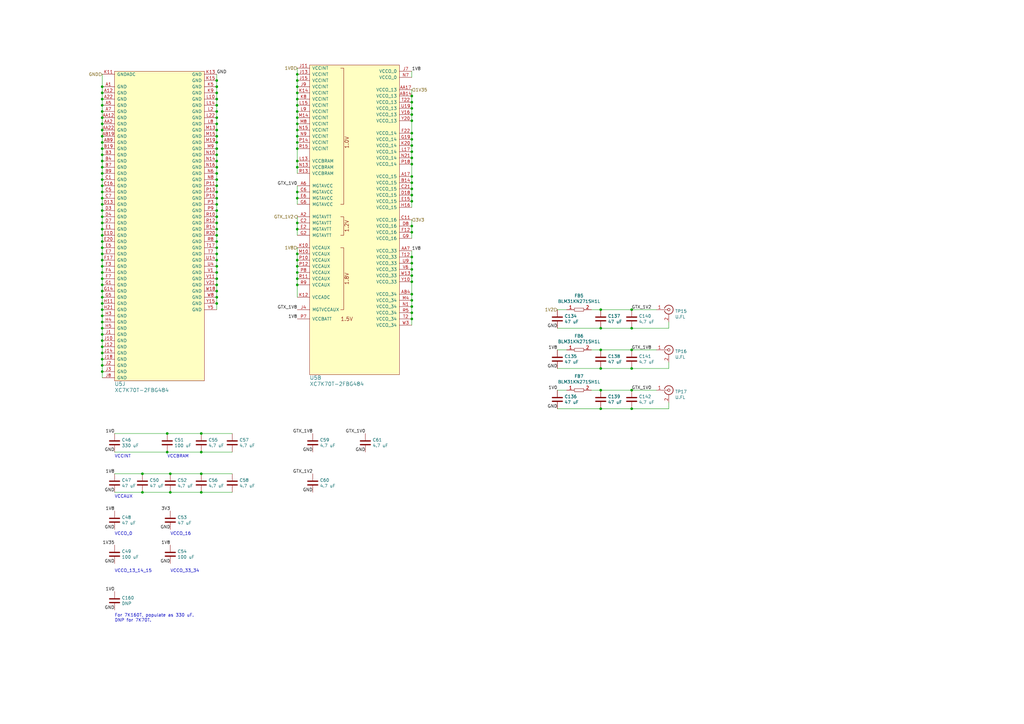
<source format=kicad_sch>
(kicad_sch (version 20211123) (generator eeschema)
  (paper "A3")
  (title_block (title "SATA sniffer") (date "2022-02-15") (rev "0.1") (comment 1 "Andrew D. Zonenberg"))
  (junction (at 41.91 83.82))
  (junction (at 41.91 88.9))
  (junction (at 121.92 53.34))
  (junction (at 246.38 143.51))
  (junction (at 88.9 63.5))
  (junction (at 88.9 71.12))
  (junction (at 88.9 55.88))
  (junction (at 88.9 60.96))
  (junction (at 246.38 167.64))
  (junction (at 41.91 60.96))
  (junction (at 88.9 93.98))
  (junction (at 246.38 151.13))
  (junction (at 41.91 121.92))
  (junction (at 121.92 91.44))
  (junction (at 41.91 91.44))
  (junction (at 121.92 106.68))
  (junction (at 168.91 80.01))
  (junction (at 168.91 64.77))
  (junction (at 121.92 33.02))
  (junction (at 88.9 78.74))
  (junction (at 259.08 143.51))
  (junction (at 41.91 35.56))
  (junction (at 88.9 81.28))
  (junction (at 168.91 95.25))
  (junction (at 41.91 86.36))
  (junction (at 259.08 167.64))
  (junction (at 259.08 160.02))
  (junction (at 88.9 53.34))
  (junction (at 121.92 48.26))
  (junction (at 41.91 45.72))
  (junction (at 168.91 54.61))
  (junction (at 121.92 60.96))
  (junction (at 69.85 194.31))
  (junction (at 121.92 68.58))
  (junction (at 88.9 124.46))
  (junction (at 41.91 93.98))
  (junction (at 88.9 111.76))
  (junction (at 41.91 114.3))
  (junction (at 88.9 109.22))
  (junction (at 41.91 81.28))
  (junction (at 168.91 115.57))
  (junction (at 121.92 66.04))
  (junction (at 88.9 58.42))
  (junction (at 168.91 74.93))
  (junction (at 41.91 116.84))
  (junction (at 41.91 48.26))
  (junction (at 88.9 73.66))
  (junction (at 41.91 71.12))
  (junction (at 121.92 55.88))
  (junction (at 88.9 86.36))
  (junction (at 88.9 91.44))
  (junction (at 41.91 106.68))
  (junction (at 41.91 40.64))
  (junction (at 168.91 105.41))
  (junction (at 259.08 151.13))
  (junction (at 41.91 63.5))
  (junction (at 41.91 55.88))
  (junction (at 88.9 96.52))
  (junction (at 88.9 99.06))
  (junction (at 41.91 152.4))
  (junction (at 168.91 110.49))
  (junction (at 88.9 83.82))
  (junction (at 168.91 113.03))
  (junction (at 246.38 160.02))
  (junction (at 82.55 185.42))
  (junction (at 259.08 134.62))
  (junction (at 121.92 40.64))
  (junction (at 41.91 129.54))
  (junction (at 88.9 101.6))
  (junction (at 41.91 111.76))
  (junction (at 168.91 57.15))
  (junction (at 246.38 127))
  (junction (at 41.91 149.86))
  (junction (at 41.91 68.58))
  (junction (at 82.55 194.31))
  (junction (at 168.91 39.37))
  (junction (at 88.9 66.04))
  (junction (at 168.91 44.45))
  (junction (at 41.91 50.8))
  (junction (at 121.92 35.56))
  (junction (at 121.92 30.48))
  (junction (at 41.91 96.52))
  (junction (at 121.92 109.22))
  (junction (at 88.9 104.14))
  (junction (at 41.91 137.16))
  (junction (at 168.91 125.73))
  (junction (at 41.91 43.18))
  (junction (at 168.91 59.69))
  (junction (at 121.92 58.42))
  (junction (at 121.92 104.14))
  (junction (at 41.91 66.04))
  (junction (at 88.9 106.68))
  (junction (at 168.91 92.71))
  (junction (at 88.9 88.9))
  (junction (at 58.42 201.93))
  (junction (at 68.58 185.42))
  (junction (at 88.9 35.56))
  (junction (at 121.92 78.74))
  (junction (at 41.91 104.14))
  (junction (at 246.38 134.62))
  (junction (at 41.91 139.7))
  (junction (at 41.91 58.42))
  (junction (at 121.92 114.3))
  (junction (at 88.9 68.58))
  (junction (at 58.42 194.31))
  (junction (at 82.55 177.8))
  (junction (at 88.9 116.84))
  (junction (at 168.91 41.91))
  (junction (at 41.91 101.6))
  (junction (at 69.85 201.93))
  (junction (at 88.9 33.02))
  (junction (at 121.92 45.72))
  (junction (at 88.9 50.8))
  (junction (at 88.9 45.72))
  (junction (at 88.9 114.3))
  (junction (at 259.08 127))
  (junction (at 82.55 201.93))
  (junction (at 41.91 124.46))
  (junction (at 168.91 62.23))
  (junction (at 121.92 38.1))
  (junction (at 88.9 40.64))
  (junction (at 41.91 127))
  (junction (at 41.91 132.08))
  (junction (at 168.91 107.95))
  (junction (at 121.92 50.8))
  (junction (at 121.92 81.28))
  (junction (at 41.91 76.2))
  (junction (at 168.91 128.27))
  (junction (at 88.9 76.2))
  (junction (at 168.91 77.47))
  (junction (at 41.91 73.66))
  (junction (at 41.91 109.22))
  (junction (at 41.91 147.32))
  (junction (at 168.91 123.19))
  (junction (at 88.9 43.18))
  (junction (at 121.92 116.84))
  (junction (at 121.92 93.98))
  (junction (at 41.91 38.1))
  (junction (at 121.92 111.76))
  (junction (at 168.91 67.31))
  (junction (at 168.91 82.55))
  (junction (at 121.92 43.18))
  (junction (at 88.9 48.26))
  (junction (at 41.91 119.38))
  (junction (at 88.9 119.38))
  (junction (at 88.9 121.92))
  (junction (at 168.91 49.53))
  (junction (at 41.91 142.24))
  (junction (at 68.58 177.8))
  (junction (at 41.91 144.78))
  (junction (at 168.91 46.99))
  (junction (at 41.91 99.06))
  (junction (at 41.91 134.62))
  (junction (at 168.91 120.65))
  (junction (at 41.91 78.74))
  (junction (at 88.9 38.1))
  (junction (at 168.91 72.39))
  (junction (at 168.91 130.81))
  (junction (at 41.91 53.34))
  (wire (pts (xy 246.38 167.64) (xy 259.08 167.64)))
  (wire (pts (xy 68.58 177.8) (xy 82.55 177.8)))
  (wire (pts (xy 88.9 66.04) (xy 88.9 68.58)))
  (wire (pts (xy 168.91 36.83) (xy 168.91 39.37)))
  (wire (pts (xy 41.91 45.72) (xy 41.91 48.26)))
  (wire (pts (xy 168.91 102.87) (xy 168.91 105.41)))
  (wire (pts (xy 41.91 35.56) (xy 41.91 38.1)))
  (wire (pts (xy 259.08 160.02) (xy 269.24 160.02)))
  (wire (pts (xy 259.08 127) (xy 269.24 127)))
  (wire (pts (xy 246.38 134.62) (xy 259.08 134.62)))
  (wire (pts (xy 41.91 83.82) (xy 41.91 86.36)))
  (wire (pts (xy 121.92 35.56) (xy 121.92 38.1)))
  (wire (pts (xy 46.99 194.31) (xy 58.42 194.31)))
  (wire (pts (xy 41.91 71.12) (xy 41.91 73.66)))
  (wire (pts (xy 82.55 177.8) (xy 95.25 177.8)))
  (wire (pts (xy 88.9 30.48) (xy 88.9 33.02)))
  (wire (pts (xy 121.92 109.22) (xy 121.92 111.76)))
  (wire (pts (xy 232.41 143.51) (xy 228.6 143.51)))
  (wire (pts (xy 168.91 46.99) (xy 168.91 49.53)))
  (wire (pts (xy 121.92 81.28) (xy 121.92 83.82)))
  (wire (pts (xy 41.91 66.04) (xy 41.91 68.58)))
  (wire (pts (xy 41.91 109.22) (xy 41.91 111.76)))
  (wire (pts (xy 168.91 107.95) (xy 168.91 110.49)))
  (wire (pts (xy 88.9 91.44) (xy 88.9 93.98)))
  (wire (pts (xy 121.92 114.3) (xy 121.92 116.84)))
  (wire (pts (xy 41.91 81.28) (xy 41.91 83.82)))
  (wire (pts (xy 168.91 120.65) (xy 168.91 123.19)))
  (wire (pts (xy 88.9 60.96) (xy 88.9 63.5)))
  (wire (pts (xy 88.9 35.56) (xy 88.9 38.1)))
  (wire (pts (xy 41.91 129.54) (xy 41.91 132.08)))
  (wire (pts (xy 168.91 49.53) (xy 168.91 54.61)))
  (wire (pts (xy 69.85 201.93) (xy 82.55 201.93)))
  (wire (pts (xy 121.92 27.94) (xy 121.92 30.48)))
  (wire (pts (xy 168.91 77.47) (xy 168.91 80.01)))
  (wire (pts (xy 41.91 53.34) (xy 41.91 55.88)))
  (wire (pts (xy 88.9 83.82) (xy 88.9 86.36)))
  (wire (pts (xy 168.91 64.77) (xy 168.91 67.31)))
  (wire (pts (xy 274.32 151.13) (xy 274.32 148.59)))
  (wire (pts (xy 41.91 40.64) (xy 41.91 43.18)))
  (wire (pts (xy 121.92 104.14) (xy 121.92 106.68)))
  (wire (pts (xy 246.38 160.02) (xy 259.08 160.02)))
  (wire (pts (xy 41.91 55.88) (xy 41.91 58.42)))
  (wire (pts (xy 121.92 66.04) (xy 121.92 68.58)))
  (wire (pts (xy 41.91 101.6) (xy 41.91 104.14)))
  (wire (pts (xy 41.91 132.08) (xy 41.91 134.62)))
  (wire (pts (xy 82.55 185.42) (xy 95.25 185.42)))
  (wire (pts (xy 41.91 91.44) (xy 41.91 93.98)))
  (wire (pts (xy 41.91 137.16) (xy 41.91 139.7)))
  (wire (pts (xy 121.92 45.72) (xy 121.92 48.26)))
  (wire (pts (xy 232.41 127) (xy 228.6 127)))
  (wire (pts (xy 121.92 106.68) (xy 121.92 109.22)))
  (wire (pts (xy 168.91 110.49) (xy 168.91 113.03)))
  (wire (pts (xy 168.91 130.81) (xy 168.91 133.35)))
  (wire (pts (xy 274.32 167.64) (xy 274.32 165.1)))
  (wire (pts (xy 88.9 88.9) (xy 88.9 91.44)))
  (wire (pts (xy 41.91 106.68) (xy 41.91 109.22)))
  (wire (pts (xy 82.55 194.31) (xy 95.25 194.31)))
  (wire (pts (xy 121.92 101.6) (xy 121.92 104.14)))
  (wire (pts (xy 168.91 123.19) (xy 168.91 125.73)))
  (wire (pts (xy 168.91 128.27) (xy 168.91 130.81)))
  (wire (pts (xy 41.91 99.06) (xy 41.91 101.6)))
  (wire (pts (xy 259.08 151.13) (xy 274.32 151.13)))
  (wire (pts (xy 168.91 62.23) (xy 168.91 64.77)))
  (wire (pts (xy 41.91 152.4) (xy 41.91 154.94)))
  (wire (pts (xy 121.92 58.42) (xy 121.92 60.96)))
  (wire (pts (xy 58.42 194.31) (xy 69.85 194.31)))
  (wire (pts (xy 41.91 63.5) (xy 41.91 66.04)))
  (wire (pts (xy 41.91 104.14) (xy 41.91 106.68)))
  (wire (pts (xy 41.91 124.46) (xy 41.91 127)))
  (wire (pts (xy 121.92 88.9) (xy 121.92 91.44)))
  (wire (pts (xy 41.91 121.92) (xy 41.91 124.46)))
  (wire (pts (xy 82.55 201.93) (xy 95.25 201.93)))
  (wire (pts (xy 88.9 43.18) (xy 88.9 45.72)))
  (wire (pts (xy 121.92 78.74) (xy 121.92 81.28)))
  (wire (pts (xy 121.92 33.02) (xy 121.92 35.56)))
  (wire (pts (xy 168.91 105.41) (xy 168.91 107.95)))
  (wire (pts (xy 168.91 113.03) (xy 168.91 115.57)))
  (wire (pts (xy 41.91 134.62) (xy 41.91 137.16)))
  (wire (pts (xy 88.9 106.68) (xy 88.9 109.22)))
  (wire (pts (xy 88.9 96.52) (xy 88.9 99.06)))
  (wire (pts (xy 168.91 39.37) (xy 168.91 41.91)))
  (wire (pts (xy 242.57 127) (xy 246.38 127)))
  (wire (pts (xy 168.91 72.39) (xy 168.91 74.93)))
  (wire (pts (xy 88.9 93.98) (xy 88.9 96.52)))
  (wire (pts (xy 41.91 96.52) (xy 41.91 99.06)))
  (wire (pts (xy 41.91 116.84) (xy 41.91 119.38)))
  (wire (pts (xy 88.9 121.92) (xy 88.9 124.46)))
  (wire (pts (xy 242.57 143.51) (xy 246.38 143.51)))
  (wire (pts (xy 41.91 68.58) (xy 41.91 71.12)))
  (wire (pts (xy 168.91 74.93) (xy 168.91 77.47)))
  (wire (pts (xy 121.92 50.8) (xy 121.92 53.34)))
  (wire (pts (xy 41.91 73.66) (xy 41.91 76.2)))
  (wire (pts (xy 46.99 185.42) (xy 68.58 185.42)))
  (wire (pts (xy 41.91 144.78) (xy 41.91 147.32)))
  (wire (pts (xy 228.6 134.62) (xy 246.38 134.62)))
  (wire (pts (xy 41.91 149.86) (xy 41.91 152.4)))
  (wire (pts (xy 88.9 111.76) (xy 88.9 114.3)))
  (wire (pts (xy 88.9 40.64) (xy 88.9 43.18)))
  (wire (pts (xy 121.92 43.18) (xy 121.92 45.72)))
  (wire (pts (xy 168.91 57.15) (xy 168.91 59.69)))
  (wire (pts (xy 259.08 143.51) (xy 269.24 143.51)))
  (wire (pts (xy 168.91 82.55) (xy 168.91 85.09)))
  (wire (pts (xy 259.08 167.64) (xy 274.32 167.64)))
  (wire (pts (xy 246.38 151.13) (xy 259.08 151.13)))
  (wire (pts (xy 88.9 104.14) (xy 88.9 106.68)))
  (wire (pts (xy 121.92 40.64) (xy 121.92 43.18)))
  (wire (pts (xy 88.9 38.1) (xy 88.9 40.64)))
  (wire (pts (xy 41.91 86.36) (xy 41.91 88.9)))
  (wire (pts (xy 88.9 33.02) (xy 88.9 35.56)))
  (wire (pts (xy 41.91 142.24) (xy 41.91 144.78)))
  (wire (pts (xy 121.92 91.44) (xy 121.92 93.98)))
  (wire (pts (xy 88.9 53.34) (xy 88.9 55.88)))
  (wire (pts (xy 88.9 48.26) (xy 88.9 50.8)))
  (wire (pts (xy 246.38 127) (xy 259.08 127)))
  (wire (pts (xy 121.92 53.34) (xy 121.92 55.88)))
  (wire (pts (xy 259.08 134.62) (xy 274.32 134.62)))
  (wire (pts (xy 121.92 60.96) (xy 121.92 66.04)))
  (wire (pts (xy 121.92 38.1) (xy 121.92 40.64)))
  (wire (pts (xy 88.9 119.38) (xy 88.9 121.92)))
  (wire (pts (xy 41.91 139.7) (xy 41.91 142.24)))
  (wire (pts (xy 41.91 119.38) (xy 41.91 121.92)))
  (wire (pts (xy 69.85 194.31) (xy 82.55 194.31)))
  (wire (pts (xy 168.91 44.45) (xy 168.91 46.99)))
  (wire (pts (xy 88.9 45.72) (xy 88.9 48.26)))
  (wire (pts (xy 46.99 177.8) (xy 68.58 177.8)))
  (wire (pts (xy 246.38 143.51) (xy 259.08 143.51)))
  (wire (pts (xy 41.91 76.2) (xy 41.91 78.74)))
  (wire (pts (xy 121.92 116.84) (xy 121.92 121.92)))
  (wire (pts (xy 41.91 127) (xy 41.91 129.54)))
  (wire (pts (xy 88.9 86.36) (xy 88.9 88.9)))
  (wire (pts (xy 41.91 147.32) (xy 41.91 149.86)))
  (wire (pts (xy 121.92 76.2) (xy 121.92 78.74)))
  (wire (pts (xy 88.9 114.3) (xy 88.9 116.84)))
  (wire (pts (xy 41.91 60.96) (xy 41.91 63.5)))
  (wire (pts (xy 88.9 101.6) (xy 88.9 104.14)))
  (wire (pts (xy 121.92 111.76) (xy 121.92 114.3)))
  (wire (pts (xy 88.9 50.8) (xy 88.9 53.34)))
  (wire (pts (xy 41.91 93.98) (xy 41.91 96.52)))
  (wire (pts (xy 88.9 63.5) (xy 88.9 66.04)))
  (wire (pts (xy 88.9 116.84) (xy 88.9 119.38)))
  (wire (pts (xy 46.99 201.93) (xy 58.42 201.93)))
  (wire (pts (xy 41.91 78.74) (xy 41.91 81.28)))
  (wire (pts (xy 121.92 48.26) (xy 121.92 50.8)))
  (wire (pts (xy 88.9 76.2) (xy 88.9 78.74)))
  (wire (pts (xy 168.91 67.31) (xy 168.91 72.39)))
  (wire (pts (xy 168.91 59.69) (xy 168.91 62.23)))
  (wire (pts (xy 274.32 134.62) (xy 274.32 132.08)))
  (wire (pts (xy 41.91 58.42) (xy 41.91 60.96)))
  (wire (pts (xy 41.91 48.26) (xy 41.91 50.8)))
  (wire (pts (xy 168.91 90.17) (xy 168.91 92.71)))
  (wire (pts (xy 168.91 54.61) (xy 168.91 57.15)))
  (wire (pts (xy 168.91 95.25) (xy 168.91 97.79)))
  (wire (pts (xy 88.9 109.22) (xy 88.9 111.76)))
  (wire (pts (xy 121.92 68.58) (xy 121.92 71.12)))
  (wire (pts (xy 88.9 73.66) (xy 88.9 76.2)))
  (wire (pts (xy 41.91 50.8) (xy 41.91 53.34)))
  (wire (pts (xy 88.9 55.88) (xy 88.9 58.42)))
  (wire (pts (xy 228.6 167.64) (xy 246.38 167.64)))
  (wire (pts (xy 41.91 88.9) (xy 41.91 91.44)))
  (wire (pts (xy 168.91 92.71) (xy 168.91 95.25)))
  (wire (pts (xy 168.91 115.57) (xy 168.91 120.65)))
  (wire (pts (xy 41.91 30.48) (xy 41.91 35.56)))
  (wire (pts (xy 121.92 93.98) (xy 121.92 96.52)))
  (wire (pts (xy 121.92 30.48) (xy 121.92 33.02)))
  (wire (pts (xy 168.91 29.21) (xy 168.91 31.75)))
  (wire (pts (xy 121.92 55.88) (xy 121.92 58.42)))
  (wire (pts (xy 41.91 114.3) (xy 41.91 116.84)))
  (wire (pts (xy 41.91 111.76) (xy 41.91 114.3)))
  (wire (pts (xy 88.9 78.74) (xy 88.9 81.28)))
  (wire (pts (xy 88.9 58.42) (xy 88.9 60.96)))
  (wire (pts (xy 88.9 81.28) (xy 88.9 83.82)))
  (wire (pts (xy 168.91 80.01) (xy 168.91 82.55)))
  (wire (pts (xy 232.41 160.02) (xy 228.6 160.02)))
  (wire (pts (xy 41.91 38.1) (xy 41.91 40.64)))
  (wire (pts (xy 168.91 125.73) (xy 168.91 128.27)))
  (wire (pts (xy 88.9 68.58) (xy 88.9 71.12)))
  (wire (pts (xy 88.9 71.12) (xy 88.9 73.66)))
  (wire (pts (xy 41.91 43.18) (xy 41.91 45.72)))
  (wire (pts (xy 168.91 41.91) (xy 168.91 44.45)))
  (wire (pts (xy 242.57 160.02) (xy 246.38 160.02)))
  (wire (pts (xy 88.9 99.06) (xy 88.9 101.6)))
  (wire (pts (xy 68.58 185.42) (xy 82.55 185.42)))
  (wire (pts (xy 58.42 201.93) (xy 69.85 201.93)))
  (wire (pts (xy 88.9 124.46) (xy 88.9 127)))
  (wire (pts (xy 228.6 151.13) (xy 246.38 151.13)))
  (text "VCCINT" (at 46.99 187.96 0) (effects (font (size 1.27 1.27)) (justify left bottom)))
  (text "VCCBRAM" (at 68.58 187.96 0) (effects (font (size 1.27 1.27)) (justify left bottom)))
  (text "VCCO_16" (at 69.85 219.71 0) (effects (font (size 1.27 1.27)) (justify left bottom)))
  (text "For 7K160T, populate as 330 uF.\nDNP for 7K70T." (at 46.99 255.27 0) (effects (font (size 1.27 1.27)) (justify left bottom)))
  (text "VCCAUX" (at 46.99 204.47 0) (effects (font (size 1.27 1.27)) (justify left bottom)))
  (text "VCCO_0" (at 46.99 219.71 0) (effects (font (size 1.27 1.27)) (justify left bottom)))
  (text "VCCO_13_14_15" (at 46.99 234.95 0) (effects (font (size 1.27 1.27)) (justify left bottom)))
  (text "VCCO_33_34" (at 69.85 234.95 0) (effects (font (size 1.27 1.27)) (justify left bottom)))
  (label "GTX_1V2" (at 259.08 127 0))
  (label "1V8" (at 168.91 29.21 0))
  (label "GND" (at 46.99 201.93 180))
  (label "GND" (at 128.27 185.42 180))
  (label "GND" (at 69.85 231.14 180))
  (label "1V0" (at 46.99 177.8 180))
  (label "1V0" (at 228.6 160.02 180))
  (label "GTX_1V8" (at 259.08 143.51 0))
  (label "1V8" (at 121.92 130.81 180))
  (label "GND" (at 46.99 217.17 180))
  (label "GTX_1V2" (at 128.27 194.31 180))
  (label "GND" (at 149.86 185.42 180))
  (label "1V8" (at 69.85 223.52 180))
  (label "1V8" (at 168.91 102.87 0))
  (label "GND" (at 46.99 185.42 180))
  (label "1V8" (at 46.99 194.31 180))
  (label "1V8" (at 46.99 209.55 180))
  (label "GND" (at 46.99 250.19 180))
  (label "GND" (at 228.6 134.62 180))
  (label "GND" (at 128.27 201.93 180))
  (label "GTX_1V0" (at 259.08 160.02 0))
  (label "3V3" (at 69.85 209.55 180))
  (label "GTX_1V8" (at 128.27 177.8 180))
  (label "GND" (at 228.6 151.13 180))
  (label "1V8" (at 228.6 143.51 180))
  (label "GTX_1V0" (at 121.92 76.2 180))
  (label "1V0" (at 46.99 242.57 180))
  (label "GTX_1V0" (at 149.86 177.8 180))
  (label "GND" (at 46.99 231.14 180))
  (label "GND" (at 69.85 217.17 180))
  (label "GND" (at 88.9 30.48 0))
  (label "1V35" (at 46.99 223.52 180))
  (label "GTX_1V8" (at 121.92 127 180))
  (label "GND" (at 228.6 167.64 180))
  (hierarchical_label "GTX_1V2" (shape output) (at 121.92 88.9 180))
  (hierarchical_label "1V8" (shape input) (at 121.92 101.6 180))
  (hierarchical_label "1V0" (shape input) (at 121.92 27.94 180))
  (hierarchical_label "GND" (shape input) (at 41.91 30.48 180))
  (hierarchical_label "3V3" (shape input) (at 168.91 90.17 0))
  (hierarchical_label "1V2" (shape input) (at 228.6 127 180))
  (hierarchical_label "1V35" (shape input) (at 168.91 36.83 0))
  (symbol (lib_id "xilinx-azonenberg:XC7KxT-FBG484") (at 46.99 154.94 0) (unit 10)
    (property "Reference" "U5" (at 46.99 157.48 0) (effects (font (size 1.524 1.524)) (justify left)))
    (property "Value" "XC7K70T-2FBG484" (at 46.99 160.02 0) (effects (font (size 1.524 1.524)) (justify left)))
    (property "Footprint" "azonenberg_pcb:BGA_484_22x22_FULLARRAY_1MM" (effects hide))
  )
  (symbol (lib_id "xilinx-azonenberg:XC7KxT-FBG484") (at 127 152.4 0) (unit 2)
    (property "Reference" "U5" (at 127 154.94 0) (effects (font (size 1.524 1.524)) (justify left)))
    (property "Value" "XC7K70T-2FBG484" (at 127 157.48 0) (effects (font (size 1.524 1.524)) (justify left)))
    (property "Footprint" "azonenberg_pcb:BGA_484_22x22_FULLARRAY_1MM" (effects hide))
  )
  (symbol (lib_id "Device:C") (at 46.99 181.61 0) (unit 1)
    (property "Reference" "C46" (at 49.911 180.4416 0) (effects (justify left)))
    (property "Value" "330 uF" (at 49.911 182.753 0) (effects (justify left)))
    (property "Footprint" "azonenberg_pcb:EIA_1210_CAP_NOSILK" (effects hide))
  )
  (symbol (lib_id "Device:C") (at 68.58 181.61 0) (unit 1)
    (property "Reference" "C51" (at 71.501 180.4416 0) (effects (justify left)))
    (property "Value" "100 uF" (at 71.501 182.753 0) (effects (justify left)))
    (property "Footprint" "azonenberg_pcb:EIA_1206_CAP_NOSILK" (effects hide))
  )
  (symbol (lib_id "Device:C") (at 82.55 181.61 0) (unit 1)
    (property "Reference" "C55" (at 85.471 180.4416 0) (effects (justify left)))
    (property "Value" "4.7 uF" (at 85.471 182.753 0) (effects (justify left)))
    (property "Footprint" "azonenberg_pcb:EIA_0603_CAP_NOSILK" (effects hide))
  )
  (symbol (lib_id "Device:C") (at 95.25 181.61 0) (unit 1)
    (property "Reference" "C57" (at 98.171 180.4416 0) (effects (justify left)))
    (property "Value" "4.7 uF" (at 98.171 182.753 0) (effects (justify left)))
    (property "Footprint" "azonenberg_pcb:EIA_0603_CAP_NOSILK" (effects hide))
  )
  (symbol (lib_id "Device:C") (at 46.99 198.12 0) (unit 1)
    (property "Reference" "C47" (at 49.911 196.9516 0) (effects (justify left)))
    (property "Value" "47 uF" (at 49.911 199.263 0) (effects (justify left)))
    (property "Footprint" "azonenberg_pcb:EIA_0805_CAP_NOSILK" (effects hide))
  )
  (symbol (lib_id "Device:C") (at 58.42 198.12 0) (unit 1)
    (property "Reference" "C50" (at 61.341 196.9516 0) (effects (justify left)))
    (property "Value" "47 uF" (at 61.341 199.263 0) (effects (justify left)))
    (property "Footprint" "azonenberg_pcb:EIA_0805_CAP_NOSILK" (effects hide))
  )
  (symbol (lib_id "Device:C") (at 69.85 198.12 0) (unit 1)
    (property "Reference" "C52" (at 72.771 196.9516 0) (effects (justify left)))
    (property "Value" "4.7 uF" (at 72.771 199.263 0) (effects (justify left)))
    (property "Footprint" "azonenberg_pcb:EIA_0603_CAP_NOSILK" (effects hide))
  )
  (symbol (lib_id "Device:C") (at 82.55 198.12 0) (unit 1)
    (property "Reference" "C56" (at 85.471 196.9516 0) (effects (justify left)))
    (property "Value" "4.7 uF" (at 85.471 199.263 0) (effects (justify left)))
    (property "Footprint" "azonenberg_pcb:EIA_0603_CAP_NOSILK" (effects hide))
  )
  (symbol (lib_id "Device:C") (at 95.25 198.12 0) (unit 1)
    (property "Reference" "C58" (at 98.171 196.9516 0) (effects (justify left)))
    (property "Value" "4.7 uF" (at 98.171 199.263 0) (effects (justify left)))
    (property "Footprint" "azonenberg_pcb:EIA_0603_CAP_NOSILK" (effects hide))
  )
  (symbol (lib_id "Device:C") (at 46.99 213.36 0) (unit 1)
    (property "Reference" "C48" (at 49.911 212.1916 0) (effects (justify left)))
    (property "Value" "47 uF" (at 49.911 214.503 0) (effects (justify left)))
    (property "Footprint" "azonenberg_pcb:EIA_0805_CAP_NOSILK" (effects hide))
  )
  (symbol (lib_id "Device:C") (at 46.99 227.33 0) (unit 1)
    (property "Reference" "C49" (at 49.911 226.1616 0) (effects (justify left)))
    (property "Value" "100 uF" (at 49.911 228.473 0) (effects (justify left)))
    (property "Footprint" "azonenberg_pcb:EIA_1206_CAP_NOSILK" (effects hide))
  )
  (symbol (lib_id "Device:C") (at 69.85 213.36 0) (unit 1)
    (property "Reference" "C53" (at 72.771 212.1916 0) (effects (justify left)))
    (property "Value" "47 uF" (at 72.771 214.503 0) (effects (justify left)))
    (property "Footprint" "azonenberg_pcb:EIA_1206_CAP_NOSILK" (effects hide))
  )
  (symbol (lib_id "Device:C") (at 69.85 227.33 0) (unit 1)
    (property "Reference" "C54" (at 72.771 226.1616 0) (effects (justify left)))
    (property "Value" "100 uF" (at 72.771 228.473 0) (effects (justify left)))
    (property "Footprint" "azonenberg_pcb:EIA_1206_CAP_NOSILK" (effects hide))
  )
  (symbol (lib_id "Device:C") (at 128.27 181.61 0) (unit 1)
    (property "Reference" "C59" (at 131.191 180.4416 0) (effects (justify left)))
    (property "Value" "4.7 uF" (at 131.191 182.753 0) (effects (justify left)))
    (property "Footprint" "azonenberg_pcb:EIA_0603_CAP_NOSILK" (effects hide))
  )
  (symbol (lib_id "Device:C") (at 128.27 198.12 0) (unit 1)
    (property "Reference" "C60" (at 131.191 196.9516 0) (effects (justify left)))
    (property "Value" "4.7 uF" (at 131.191 199.263 0) (effects (justify left)))
    (property "Footprint" "azonenberg_pcb:EIA_0603_CAP_NOSILK" (effects hide))
  )
  (symbol (lib_id "Device:C") (at 149.86 181.61 0) (unit 1)
    (property "Reference" "C61" (at 152.781 180.4416 0) (effects (justify left)))
    (property "Value" "4.7 uF" (at 152.781 182.753 0) (effects (justify left)))
    (property "Footprint" "azonenberg_pcb:EIA_0603_CAP_NOSILK" (effects hide))
  )
  (symbol (lib_id "passive-azonenberg:FERRITE_SMALL2") (at 237.49 127 0) (unit 1)
    (property "Reference" "FB5" (at 237.49 121.285 0))
    (property "Value" "BLM31KN271SH1L" (at 237.49 123.5964 0))
    (property "Footprint" "azonenberg_pcb:EIA_1206_CAP_NOSILK" (effects hide))
  )
  (symbol (lib_id "Device:C") (at 228.6 130.81 0) (unit 1)
    (property "Reference" "C134" (at 231.521 129.6416 0) (effects (justify left)))
    (property "Value" "47 uF" (at 231.521 131.953 0) (effects (justify left)))
    (property "Footprint" "azonenberg_pcb:EIA_1210_CAP_NOSILK" (effects hide))
  )
  (symbol (lib_id "Device:C") (at 246.38 130.81 0) (unit 1)
    (property "Reference" "C137" (at 249.301 129.6416 0) (effects (justify left)))
    (property "Value" "47 uF" (at 249.301 131.953 0) (effects (justify left)))
    (property "Footprint" "azonenberg_pcb:EIA_1210_CAP_NOSILK" (effects hide))
  )
  (symbol (lib_id "Device:C") (at 259.08 130.81 0) (unit 1)
    (property "Reference" "C140" (at 262.001 129.6416 0) (effects (justify left)))
    (property "Value" "4.7 uF" (at 262.001 131.953 0) (effects (justify left)))
    (property "Footprint" "azonenberg_pcb:EIA_0603_CAP_NOSILK" (effects hide))
  )
  (symbol (lib_id "passive-azonenberg:FERRITE_SMALL2") (at 237.49 143.51 0) (unit 1)
    (property "Reference" "FB6" (at 237.49 137.795 0))
    (property "Value" "BLM31KN271SH1L" (at 237.49 140.1064 0))
    (property "Footprint" "azonenberg_pcb:EIA_1206_CAP_NOSILK" (effects hide))
  )
  (symbol (lib_id "Device:C") (at 228.6 147.32 0) (unit 1)
    (property "Reference" "C135" (at 231.521 146.1516 0) (effects (justify left)))
    (property "Value" "47 uF" (at 231.521 148.463 0) (effects (justify left)))
    (property "Footprint" "azonenberg_pcb:EIA_1210_CAP_NOSILK" (effects hide))
  )
  (symbol (lib_id "Device:C") (at 246.38 147.32 0) (unit 1)
    (property "Reference" "C138" (at 249.301 146.1516 0) (effects (justify left)))
    (property "Value" "47 uF" (at 249.301 148.463 0) (effects (justify left)))
    (property "Footprint" "azonenberg_pcb:EIA_1210_CAP_NOSILK" (effects hide))
  )
  (symbol (lib_id "Device:C") (at 259.08 147.32 0) (unit 1)
    (property "Reference" "C141" (at 262.001 146.1516 0) (effects (justify left)))
    (property "Value" "4.7 uF" (at 262.001 148.463 0) (effects (justify left)))
    (property "Footprint" "azonenberg_pcb:EIA_0603_CAP_NOSILK" (effects hide))
  )
  (symbol (lib_id "passive-azonenberg:FERRITE_SMALL2") (at 237.49 160.02 0) (unit 1)
    (property "Reference" "FB7" (at 237.49 154.305 0))
    (property "Value" "BLM31KN271SH1L" (at 237.49 156.6164 0))
    (property "Footprint" "azonenberg_pcb:EIA_1206_CAP_NOSILK" (effects hide))
  )
  (symbol (lib_id "Device:C") (at 228.6 163.83 0) (unit 1)
    (property "Reference" "C136" (at 231.521 162.6616 0) (effects (justify left)))
    (property "Value" "47 uF" (at 231.521 164.973 0) (effects (justify left)))
    (property "Footprint" "azonenberg_pcb:EIA_1210_CAP_NOSILK" (effects hide))
  )
  (symbol (lib_id "Device:C") (at 246.38 163.83 0) (unit 1)
    (property "Reference" "C139" (at 249.301 162.6616 0) (effects (justify left)))
    (property "Value" "47 uF" (at 249.301 164.973 0) (effects (justify left)))
    (property "Footprint" "azonenberg_pcb:EIA_1210_CAP_NOSILK" (effects hide))
  )
  (symbol (lib_id "Device:C") (at 259.08 163.83 0) (unit 1)
    (property "Reference" "C142" (at 262.001 162.6616 0) (effects (justify left)))
    (property "Value" "4.7 uF" (at 262.001 164.973 0) (effects (justify left)))
    (property "Footprint" "azonenberg_pcb:EIA_0603_CAP_NOSILK" (effects hide))
  )
  (symbol (lib_id "Connector:Conn_Coaxial") (at 274.32 127 0) (unit 1)
    (property "Reference" "TP15" (at 276.86 127.635 0) (effects (justify left)))
    (property "Value" "U.FL" (at 276.86 129.9464 0) (effects (justify left)))
    (property "Footprint" "azonenberg_pcb:CONN_U.FL_TE_1909763-1" (effects hide))
  )
  (symbol (lib_id "Connector:Conn_Coaxial") (at 274.32 143.51 0) (unit 1)
    (property "Reference" "TP16" (at 276.86 144.145 0) (effects (justify left)))
    (property "Value" "U.FL" (at 276.86 146.4564 0) (effects (justify left)))
    (property "Footprint" "azonenberg_pcb:CONN_U.FL_TE_1909763-1" (effects hide))
  )
  (symbol (lib_id "Connector:Conn_Coaxial") (at 274.32 160.02 0) (unit 1)
    (property "Reference" "TP17" (at 276.86 160.655 0) (effects (justify left)))
    (property "Value" "U.FL" (at 276.86 162.9664 0) (effects (justify left)))
    (property "Footprint" "azonenberg_pcb:CONN_U.FL_TE_1909763-1" (effects hide))
  )
  (symbol (lib_id "Device:C") (at 46.99 246.38 0) (unit 1)
    (property "Reference" "C160" (at 49.911 245.2116 0) (effects (justify left)))
    (property "Value" "DNP" (at 49.911 247.523 0) (effects (justify left)))
    (property "Footprint" "azonenberg_pcb:EIA_1210_CAP_NOSILK" (effects hide))
  )
)
</source>
